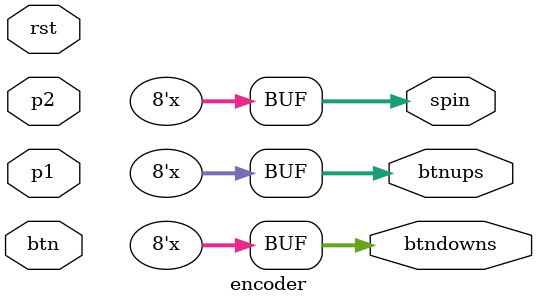
<source format=v>
module fpga_top (
    input clk,
    input p1, 
    input p2,
    input btn,
    input rst,
    output reg [7:0] leds,
    output reg [7:0] btndowns,
    output reg [7:0] btnups
);
    wire [7:0] ledtmp;
    wire [7:0] downtmp;
    wire [7:0] uptmp;
    encoder jerry (.p1(p1), .p2(p2), .btn(btn), .rst(rst), .spin(ledtmp), .btndowns(downtmp), .btnups(uptmp));
    always @ * begin
        leds = ledtmp;
        btndowns = downtmp;
        btnups = uptmp;
    end
endmodule

module encoder (
    input p1, 
    input p2, 
    input btn, 
    input rst,
    output reg[7:0] spin,
    output reg[7:0] btndowns,
    output reg[7:0] btnups
);
    reg [1:0] prevstate;
    always @ * begin
        if (prevstate != {p1,p2}) begin
            case (prevstate)
                2'b00 : spin = spin + (2'b01 == {p1,p2}) ? 1 : -1;
                2'b01 : spin = spin + (2'b11 == {p1,p2}) ? 1 : -1;
                2'b11 : spin = spin + (2'b10 == {p1,p2}) ? 1 : -1;
                2'b10 : spin = spin + (2'b00 == {p1,p2}) ? 1 : -1;
            endcase
            prevstate = {p1,p2};
        end
    end
    reg prevbtn;
    always @ * begin
        if(btn != prevbtn) begin
            case (btn)
                1: btndowns = btndowns + 1;
                0: btnups = btnups + 1;
            endcase 
        end
    end
endmodule

</source>
